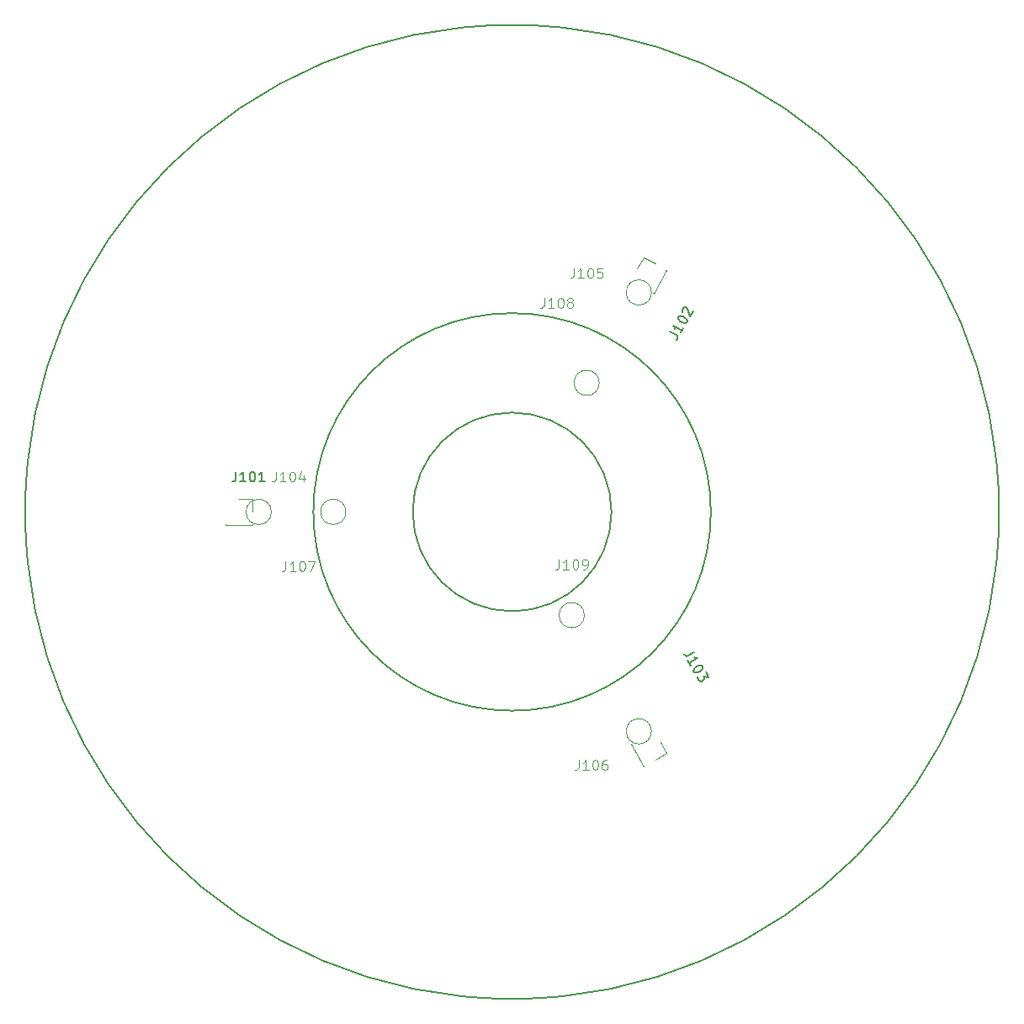
<source format=gbr>
%TF.GenerationSoftware,KiCad,Pcbnew,7.0.10*%
%TF.CreationDate,2024-02-11T22:45:08-05:00*%
%TF.ProjectId,bearing_inner_bottom,62656172-696e-4675-9f69-6e6e65725f62,rev?*%
%TF.SameCoordinates,Original*%
%TF.FileFunction,Legend,Top*%
%TF.FilePolarity,Positive*%
%FSLAX46Y46*%
G04 Gerber Fmt 4.6, Leading zero omitted, Abs format (unit mm)*
G04 Created by KiCad (PCBNEW 7.0.10) date 2024-02-11 22:45:08*
%MOMM*%
%LPD*%
G01*
G04 APERTURE LIST*
%ADD10C,0.150000*%
%ADD11C,0.100000*%
%ADD12C,0.120000*%
G04 APERTURE END LIST*
D10*
X60000000Y-50000000D02*
G75*
G03*
X40000000Y-50000000I-10000000J0D01*
G01*
X40000000Y-50000000D02*
G75*
G03*
X60000000Y-50000000I10000000J0D01*
G01*
X99000000Y-50000000D02*
G75*
G03*
X1000000Y-50000000I-49000000J0D01*
G01*
X1000000Y-50000000D02*
G75*
G03*
X99000000Y-50000000I49000000J0D01*
G01*
X70000000Y-50000000D02*
G75*
G03*
X30000000Y-50000000I-20000000J0D01*
G01*
X30000000Y-50000000D02*
G75*
G03*
X70000000Y-50000000I20000000J0D01*
G01*
D11*
X27214285Y-54957419D02*
X27214285Y-55671704D01*
X27214285Y-55671704D02*
X27166666Y-55814561D01*
X27166666Y-55814561D02*
X27071428Y-55909800D01*
X27071428Y-55909800D02*
X26928571Y-55957419D01*
X26928571Y-55957419D02*
X26833333Y-55957419D01*
X28214285Y-55957419D02*
X27642857Y-55957419D01*
X27928571Y-55957419D02*
X27928571Y-54957419D01*
X27928571Y-54957419D02*
X27833333Y-55100276D01*
X27833333Y-55100276D02*
X27738095Y-55195514D01*
X27738095Y-55195514D02*
X27642857Y-55243133D01*
X28833333Y-54957419D02*
X28928571Y-54957419D01*
X28928571Y-54957419D02*
X29023809Y-55005038D01*
X29023809Y-55005038D02*
X29071428Y-55052657D01*
X29071428Y-55052657D02*
X29119047Y-55147895D01*
X29119047Y-55147895D02*
X29166666Y-55338371D01*
X29166666Y-55338371D02*
X29166666Y-55576466D01*
X29166666Y-55576466D02*
X29119047Y-55766942D01*
X29119047Y-55766942D02*
X29071428Y-55862180D01*
X29071428Y-55862180D02*
X29023809Y-55909800D01*
X29023809Y-55909800D02*
X28928571Y-55957419D01*
X28928571Y-55957419D02*
X28833333Y-55957419D01*
X28833333Y-55957419D02*
X28738095Y-55909800D01*
X28738095Y-55909800D02*
X28690476Y-55862180D01*
X28690476Y-55862180D02*
X28642857Y-55766942D01*
X28642857Y-55766942D02*
X28595238Y-55576466D01*
X28595238Y-55576466D02*
X28595238Y-55338371D01*
X28595238Y-55338371D02*
X28642857Y-55147895D01*
X28642857Y-55147895D02*
X28690476Y-55052657D01*
X28690476Y-55052657D02*
X28738095Y-55005038D01*
X28738095Y-55005038D02*
X28833333Y-54957419D01*
X29500000Y-54957419D02*
X30166666Y-54957419D01*
X30166666Y-54957419D02*
X29738095Y-55957419D01*
X56714285Y-74957419D02*
X56714285Y-75671704D01*
X56714285Y-75671704D02*
X56666666Y-75814561D01*
X56666666Y-75814561D02*
X56571428Y-75909800D01*
X56571428Y-75909800D02*
X56428571Y-75957419D01*
X56428571Y-75957419D02*
X56333333Y-75957419D01*
X57714285Y-75957419D02*
X57142857Y-75957419D01*
X57428571Y-75957419D02*
X57428571Y-74957419D01*
X57428571Y-74957419D02*
X57333333Y-75100276D01*
X57333333Y-75100276D02*
X57238095Y-75195514D01*
X57238095Y-75195514D02*
X57142857Y-75243133D01*
X58333333Y-74957419D02*
X58428571Y-74957419D01*
X58428571Y-74957419D02*
X58523809Y-75005038D01*
X58523809Y-75005038D02*
X58571428Y-75052657D01*
X58571428Y-75052657D02*
X58619047Y-75147895D01*
X58619047Y-75147895D02*
X58666666Y-75338371D01*
X58666666Y-75338371D02*
X58666666Y-75576466D01*
X58666666Y-75576466D02*
X58619047Y-75766942D01*
X58619047Y-75766942D02*
X58571428Y-75862180D01*
X58571428Y-75862180D02*
X58523809Y-75909800D01*
X58523809Y-75909800D02*
X58428571Y-75957419D01*
X58428571Y-75957419D02*
X58333333Y-75957419D01*
X58333333Y-75957419D02*
X58238095Y-75909800D01*
X58238095Y-75909800D02*
X58190476Y-75862180D01*
X58190476Y-75862180D02*
X58142857Y-75766942D01*
X58142857Y-75766942D02*
X58095238Y-75576466D01*
X58095238Y-75576466D02*
X58095238Y-75338371D01*
X58095238Y-75338371D02*
X58142857Y-75147895D01*
X58142857Y-75147895D02*
X58190476Y-75052657D01*
X58190476Y-75052657D02*
X58238095Y-75005038D01*
X58238095Y-75005038D02*
X58333333Y-74957419D01*
X59523809Y-74957419D02*
X59333333Y-74957419D01*
X59333333Y-74957419D02*
X59238095Y-75005038D01*
X59238095Y-75005038D02*
X59190476Y-75052657D01*
X59190476Y-75052657D02*
X59095238Y-75195514D01*
X59095238Y-75195514D02*
X59047619Y-75385990D01*
X59047619Y-75385990D02*
X59047619Y-75766942D01*
X59047619Y-75766942D02*
X59095238Y-75862180D01*
X59095238Y-75862180D02*
X59142857Y-75909800D01*
X59142857Y-75909800D02*
X59238095Y-75957419D01*
X59238095Y-75957419D02*
X59428571Y-75957419D01*
X59428571Y-75957419D02*
X59523809Y-75909800D01*
X59523809Y-75909800D02*
X59571428Y-75862180D01*
X59571428Y-75862180D02*
X59619047Y-75766942D01*
X59619047Y-75766942D02*
X59619047Y-75528847D01*
X59619047Y-75528847D02*
X59571428Y-75433609D01*
X59571428Y-75433609D02*
X59523809Y-75385990D01*
X59523809Y-75385990D02*
X59428571Y-75338371D01*
X59428571Y-75338371D02*
X59238095Y-75338371D01*
X59238095Y-75338371D02*
X59142857Y-75385990D01*
X59142857Y-75385990D02*
X59095238Y-75433609D01*
X59095238Y-75433609D02*
X59047619Y-75528847D01*
X26214285Y-45957419D02*
X26214285Y-46671704D01*
X26214285Y-46671704D02*
X26166666Y-46814561D01*
X26166666Y-46814561D02*
X26071428Y-46909800D01*
X26071428Y-46909800D02*
X25928571Y-46957419D01*
X25928571Y-46957419D02*
X25833333Y-46957419D01*
X27214285Y-46957419D02*
X26642857Y-46957419D01*
X26928571Y-46957419D02*
X26928571Y-45957419D01*
X26928571Y-45957419D02*
X26833333Y-46100276D01*
X26833333Y-46100276D02*
X26738095Y-46195514D01*
X26738095Y-46195514D02*
X26642857Y-46243133D01*
X27833333Y-45957419D02*
X27928571Y-45957419D01*
X27928571Y-45957419D02*
X28023809Y-46005038D01*
X28023809Y-46005038D02*
X28071428Y-46052657D01*
X28071428Y-46052657D02*
X28119047Y-46147895D01*
X28119047Y-46147895D02*
X28166666Y-46338371D01*
X28166666Y-46338371D02*
X28166666Y-46576466D01*
X28166666Y-46576466D02*
X28119047Y-46766942D01*
X28119047Y-46766942D02*
X28071428Y-46862180D01*
X28071428Y-46862180D02*
X28023809Y-46909800D01*
X28023809Y-46909800D02*
X27928571Y-46957419D01*
X27928571Y-46957419D02*
X27833333Y-46957419D01*
X27833333Y-46957419D02*
X27738095Y-46909800D01*
X27738095Y-46909800D02*
X27690476Y-46862180D01*
X27690476Y-46862180D02*
X27642857Y-46766942D01*
X27642857Y-46766942D02*
X27595238Y-46576466D01*
X27595238Y-46576466D02*
X27595238Y-46338371D01*
X27595238Y-46338371D02*
X27642857Y-46147895D01*
X27642857Y-46147895D02*
X27690476Y-46052657D01*
X27690476Y-46052657D02*
X27738095Y-46005038D01*
X27738095Y-46005038D02*
X27833333Y-45957419D01*
X29023809Y-46290752D02*
X29023809Y-46957419D01*
X28785714Y-45909800D02*
X28547619Y-46624085D01*
X28547619Y-46624085D02*
X29166666Y-46624085D01*
X56214285Y-25457419D02*
X56214285Y-26171704D01*
X56214285Y-26171704D02*
X56166666Y-26314561D01*
X56166666Y-26314561D02*
X56071428Y-26409800D01*
X56071428Y-26409800D02*
X55928571Y-26457419D01*
X55928571Y-26457419D02*
X55833333Y-26457419D01*
X57214285Y-26457419D02*
X56642857Y-26457419D01*
X56928571Y-26457419D02*
X56928571Y-25457419D01*
X56928571Y-25457419D02*
X56833333Y-25600276D01*
X56833333Y-25600276D02*
X56738095Y-25695514D01*
X56738095Y-25695514D02*
X56642857Y-25743133D01*
X57833333Y-25457419D02*
X57928571Y-25457419D01*
X57928571Y-25457419D02*
X58023809Y-25505038D01*
X58023809Y-25505038D02*
X58071428Y-25552657D01*
X58071428Y-25552657D02*
X58119047Y-25647895D01*
X58119047Y-25647895D02*
X58166666Y-25838371D01*
X58166666Y-25838371D02*
X58166666Y-26076466D01*
X58166666Y-26076466D02*
X58119047Y-26266942D01*
X58119047Y-26266942D02*
X58071428Y-26362180D01*
X58071428Y-26362180D02*
X58023809Y-26409800D01*
X58023809Y-26409800D02*
X57928571Y-26457419D01*
X57928571Y-26457419D02*
X57833333Y-26457419D01*
X57833333Y-26457419D02*
X57738095Y-26409800D01*
X57738095Y-26409800D02*
X57690476Y-26362180D01*
X57690476Y-26362180D02*
X57642857Y-26266942D01*
X57642857Y-26266942D02*
X57595238Y-26076466D01*
X57595238Y-26076466D02*
X57595238Y-25838371D01*
X57595238Y-25838371D02*
X57642857Y-25647895D01*
X57642857Y-25647895D02*
X57690476Y-25552657D01*
X57690476Y-25552657D02*
X57738095Y-25505038D01*
X57738095Y-25505038D02*
X57833333Y-25457419D01*
X59071428Y-25457419D02*
X58595238Y-25457419D01*
X58595238Y-25457419D02*
X58547619Y-25933609D01*
X58547619Y-25933609D02*
X58595238Y-25885990D01*
X58595238Y-25885990D02*
X58690476Y-25838371D01*
X58690476Y-25838371D02*
X58928571Y-25838371D01*
X58928571Y-25838371D02*
X59023809Y-25885990D01*
X59023809Y-25885990D02*
X59071428Y-25933609D01*
X59071428Y-25933609D02*
X59119047Y-26028847D01*
X59119047Y-26028847D02*
X59119047Y-26266942D01*
X59119047Y-26266942D02*
X59071428Y-26362180D01*
X59071428Y-26362180D02*
X59023809Y-26409800D01*
X59023809Y-26409800D02*
X58928571Y-26457419D01*
X58928571Y-26457419D02*
X58690476Y-26457419D01*
X58690476Y-26457419D02*
X58595238Y-26409800D01*
X58595238Y-26409800D02*
X58547619Y-26362180D01*
X53214285Y-28457419D02*
X53214285Y-29171704D01*
X53214285Y-29171704D02*
X53166666Y-29314561D01*
X53166666Y-29314561D02*
X53071428Y-29409800D01*
X53071428Y-29409800D02*
X52928571Y-29457419D01*
X52928571Y-29457419D02*
X52833333Y-29457419D01*
X54214285Y-29457419D02*
X53642857Y-29457419D01*
X53928571Y-29457419D02*
X53928571Y-28457419D01*
X53928571Y-28457419D02*
X53833333Y-28600276D01*
X53833333Y-28600276D02*
X53738095Y-28695514D01*
X53738095Y-28695514D02*
X53642857Y-28743133D01*
X54833333Y-28457419D02*
X54928571Y-28457419D01*
X54928571Y-28457419D02*
X55023809Y-28505038D01*
X55023809Y-28505038D02*
X55071428Y-28552657D01*
X55071428Y-28552657D02*
X55119047Y-28647895D01*
X55119047Y-28647895D02*
X55166666Y-28838371D01*
X55166666Y-28838371D02*
X55166666Y-29076466D01*
X55166666Y-29076466D02*
X55119047Y-29266942D01*
X55119047Y-29266942D02*
X55071428Y-29362180D01*
X55071428Y-29362180D02*
X55023809Y-29409800D01*
X55023809Y-29409800D02*
X54928571Y-29457419D01*
X54928571Y-29457419D02*
X54833333Y-29457419D01*
X54833333Y-29457419D02*
X54738095Y-29409800D01*
X54738095Y-29409800D02*
X54690476Y-29362180D01*
X54690476Y-29362180D02*
X54642857Y-29266942D01*
X54642857Y-29266942D02*
X54595238Y-29076466D01*
X54595238Y-29076466D02*
X54595238Y-28838371D01*
X54595238Y-28838371D02*
X54642857Y-28647895D01*
X54642857Y-28647895D02*
X54690476Y-28552657D01*
X54690476Y-28552657D02*
X54738095Y-28505038D01*
X54738095Y-28505038D02*
X54833333Y-28457419D01*
X55738095Y-28885990D02*
X55642857Y-28838371D01*
X55642857Y-28838371D02*
X55595238Y-28790752D01*
X55595238Y-28790752D02*
X55547619Y-28695514D01*
X55547619Y-28695514D02*
X55547619Y-28647895D01*
X55547619Y-28647895D02*
X55595238Y-28552657D01*
X55595238Y-28552657D02*
X55642857Y-28505038D01*
X55642857Y-28505038D02*
X55738095Y-28457419D01*
X55738095Y-28457419D02*
X55928571Y-28457419D01*
X55928571Y-28457419D02*
X56023809Y-28505038D01*
X56023809Y-28505038D02*
X56071428Y-28552657D01*
X56071428Y-28552657D02*
X56119047Y-28647895D01*
X56119047Y-28647895D02*
X56119047Y-28695514D01*
X56119047Y-28695514D02*
X56071428Y-28790752D01*
X56071428Y-28790752D02*
X56023809Y-28838371D01*
X56023809Y-28838371D02*
X55928571Y-28885990D01*
X55928571Y-28885990D02*
X55738095Y-28885990D01*
X55738095Y-28885990D02*
X55642857Y-28933609D01*
X55642857Y-28933609D02*
X55595238Y-28981228D01*
X55595238Y-28981228D02*
X55547619Y-29076466D01*
X55547619Y-29076466D02*
X55547619Y-29266942D01*
X55547619Y-29266942D02*
X55595238Y-29362180D01*
X55595238Y-29362180D02*
X55642857Y-29409800D01*
X55642857Y-29409800D02*
X55738095Y-29457419D01*
X55738095Y-29457419D02*
X55928571Y-29457419D01*
X55928571Y-29457419D02*
X56023809Y-29409800D01*
X56023809Y-29409800D02*
X56071428Y-29362180D01*
X56071428Y-29362180D02*
X56119047Y-29266942D01*
X56119047Y-29266942D02*
X56119047Y-29076466D01*
X56119047Y-29076466D02*
X56071428Y-28981228D01*
X56071428Y-28981228D02*
X56023809Y-28933609D01*
X56023809Y-28933609D02*
X55928571Y-28885990D01*
D10*
X65885003Y-31840870D02*
X66503592Y-32198013D01*
X66503592Y-32198013D02*
X66603501Y-32310681D01*
X66603501Y-32310681D02*
X66638360Y-32440779D01*
X66638360Y-32440779D02*
X66608171Y-32588306D01*
X66608171Y-32588306D02*
X66560552Y-32670785D01*
X67251028Y-31474845D02*
X66965314Y-31969716D01*
X67108171Y-31722281D02*
X66242146Y-31222281D01*
X66242146Y-31222281D02*
X66318245Y-31376188D01*
X66318245Y-31376188D02*
X66353104Y-31506285D01*
X66353104Y-31506285D02*
X66346724Y-31612574D01*
X66694527Y-30438734D02*
X66742146Y-30356255D01*
X66742146Y-30356255D02*
X66831004Y-30297586D01*
X66831004Y-30297586D02*
X66896053Y-30280156D01*
X66896053Y-30280156D02*
X67002341Y-30286536D01*
X67002341Y-30286536D02*
X67191108Y-30340535D01*
X67191108Y-30340535D02*
X67397304Y-30459582D01*
X67397304Y-30459582D02*
X67538452Y-30596060D01*
X67538452Y-30596060D02*
X67597121Y-30684918D01*
X67597121Y-30684918D02*
X67614551Y-30749967D01*
X67614551Y-30749967D02*
X67608171Y-30856255D01*
X67608171Y-30856255D02*
X67560552Y-30938734D01*
X67560552Y-30938734D02*
X67471694Y-30997403D01*
X67471694Y-30997403D02*
X67406645Y-31014833D01*
X67406645Y-31014833D02*
X67300357Y-31008453D01*
X67300357Y-31008453D02*
X67111590Y-30954454D01*
X67111590Y-30954454D02*
X66905393Y-30835407D01*
X66905393Y-30835407D02*
X66764246Y-30698929D01*
X66764246Y-30698929D02*
X66705577Y-30610071D01*
X66705577Y-30610071D02*
X66688147Y-30545022D01*
X66688147Y-30545022D02*
X66694527Y-30438734D01*
X67134148Y-29867763D02*
X67116718Y-29802714D01*
X67116718Y-29802714D02*
X67123098Y-29696426D01*
X67123098Y-29696426D02*
X67242146Y-29490230D01*
X67242146Y-29490230D02*
X67331004Y-29431561D01*
X67331004Y-29431561D02*
X67396053Y-29414131D01*
X67396053Y-29414131D02*
X67502341Y-29420511D01*
X67502341Y-29420511D02*
X67584820Y-29468130D01*
X67584820Y-29468130D02*
X67684728Y-29580798D01*
X67684728Y-29580798D02*
X67893885Y-30361383D01*
X67893885Y-30361383D02*
X68203409Y-29825273D01*
X68329283Y-64113948D02*
X67710693Y-64471090D01*
X67710693Y-64471090D02*
X67563166Y-64501280D01*
X67563166Y-64501280D02*
X67433068Y-64466420D01*
X67433068Y-64466420D02*
X67320400Y-64366512D01*
X67320400Y-64366512D02*
X67272781Y-64284033D01*
X67963258Y-65479973D02*
X67677543Y-64985102D01*
X67820400Y-65232537D02*
X68686426Y-64732537D01*
X68686426Y-64732537D02*
X68515089Y-64721487D01*
X68515089Y-64721487D02*
X68384991Y-64686628D01*
X68384991Y-64686628D02*
X68296133Y-64627959D01*
X69138807Y-65516084D02*
X69186426Y-65598563D01*
X69186426Y-65598563D02*
X69192806Y-65704851D01*
X69192806Y-65704851D02*
X69175376Y-65769900D01*
X69175376Y-65769900D02*
X69116707Y-65858758D01*
X69116707Y-65858758D02*
X68975559Y-65995236D01*
X68975559Y-65995236D02*
X68769362Y-66114283D01*
X68769362Y-66114283D02*
X68580596Y-66168282D01*
X68580596Y-66168282D02*
X68474308Y-66174662D01*
X68474308Y-66174662D02*
X68409259Y-66157232D01*
X68409259Y-66157232D02*
X68320400Y-66098563D01*
X68320400Y-66098563D02*
X68272781Y-66016084D01*
X68272781Y-66016084D02*
X68266402Y-65909796D01*
X68266402Y-65909796D02*
X68283831Y-65844747D01*
X68283831Y-65844747D02*
X68342500Y-65755889D01*
X68342500Y-65755889D02*
X68483648Y-65619412D01*
X68483648Y-65619412D02*
X68689845Y-65500364D01*
X68689845Y-65500364D02*
X68878611Y-65446365D01*
X68878611Y-65446365D02*
X68984900Y-65439985D01*
X68984900Y-65439985D02*
X69049948Y-65457415D01*
X69049948Y-65457415D02*
X69138807Y-65516084D01*
X69472140Y-66093435D02*
X69781664Y-66629546D01*
X69781664Y-66629546D02*
X69285083Y-66531347D01*
X69285083Y-66531347D02*
X69356511Y-66655064D01*
X69356511Y-66655064D02*
X69362891Y-66761353D01*
X69362891Y-66761353D02*
X69345461Y-66826401D01*
X69345461Y-66826401D02*
X69286792Y-66915260D01*
X69286792Y-66915260D02*
X69080596Y-67034307D01*
X69080596Y-67034307D02*
X68974308Y-67040687D01*
X68974308Y-67040687D02*
X68909259Y-67023257D01*
X68909259Y-67023257D02*
X68820400Y-66964588D01*
X68820400Y-66964588D02*
X68677543Y-66717152D01*
X68677543Y-66717152D02*
X68671164Y-66610864D01*
X68671164Y-66610864D02*
X68688593Y-66545816D01*
D11*
X54714285Y-54769419D02*
X54714285Y-55483704D01*
X54714285Y-55483704D02*
X54666666Y-55626561D01*
X54666666Y-55626561D02*
X54571428Y-55721800D01*
X54571428Y-55721800D02*
X54428571Y-55769419D01*
X54428571Y-55769419D02*
X54333333Y-55769419D01*
X55714285Y-55769419D02*
X55142857Y-55769419D01*
X55428571Y-55769419D02*
X55428571Y-54769419D01*
X55428571Y-54769419D02*
X55333333Y-54912276D01*
X55333333Y-54912276D02*
X55238095Y-55007514D01*
X55238095Y-55007514D02*
X55142857Y-55055133D01*
X56333333Y-54769419D02*
X56428571Y-54769419D01*
X56428571Y-54769419D02*
X56523809Y-54817038D01*
X56523809Y-54817038D02*
X56571428Y-54864657D01*
X56571428Y-54864657D02*
X56619047Y-54959895D01*
X56619047Y-54959895D02*
X56666666Y-55150371D01*
X56666666Y-55150371D02*
X56666666Y-55388466D01*
X56666666Y-55388466D02*
X56619047Y-55578942D01*
X56619047Y-55578942D02*
X56571428Y-55674180D01*
X56571428Y-55674180D02*
X56523809Y-55721800D01*
X56523809Y-55721800D02*
X56428571Y-55769419D01*
X56428571Y-55769419D02*
X56333333Y-55769419D01*
X56333333Y-55769419D02*
X56238095Y-55721800D01*
X56238095Y-55721800D02*
X56190476Y-55674180D01*
X56190476Y-55674180D02*
X56142857Y-55578942D01*
X56142857Y-55578942D02*
X56095238Y-55388466D01*
X56095238Y-55388466D02*
X56095238Y-55150371D01*
X56095238Y-55150371D02*
X56142857Y-54959895D01*
X56142857Y-54959895D02*
X56190476Y-54864657D01*
X56190476Y-54864657D02*
X56238095Y-54817038D01*
X56238095Y-54817038D02*
X56333333Y-54769419D01*
X57142857Y-55769419D02*
X57333333Y-55769419D01*
X57333333Y-55769419D02*
X57428571Y-55721800D01*
X57428571Y-55721800D02*
X57476190Y-55674180D01*
X57476190Y-55674180D02*
X57571428Y-55531323D01*
X57571428Y-55531323D02*
X57619047Y-55340847D01*
X57619047Y-55340847D02*
X57619047Y-54959895D01*
X57619047Y-54959895D02*
X57571428Y-54864657D01*
X57571428Y-54864657D02*
X57523809Y-54817038D01*
X57523809Y-54817038D02*
X57428571Y-54769419D01*
X57428571Y-54769419D02*
X57238095Y-54769419D01*
X57238095Y-54769419D02*
X57142857Y-54817038D01*
X57142857Y-54817038D02*
X57095238Y-54864657D01*
X57095238Y-54864657D02*
X57047619Y-54959895D01*
X57047619Y-54959895D02*
X57047619Y-55197990D01*
X57047619Y-55197990D02*
X57095238Y-55293228D01*
X57095238Y-55293228D02*
X57142857Y-55340847D01*
X57142857Y-55340847D02*
X57238095Y-55388466D01*
X57238095Y-55388466D02*
X57428571Y-55388466D01*
X57428571Y-55388466D02*
X57523809Y-55340847D01*
X57523809Y-55340847D02*
X57571428Y-55293228D01*
X57571428Y-55293228D02*
X57619047Y-55197990D01*
D10*
X22214285Y-45954819D02*
X22214285Y-46669104D01*
X22214285Y-46669104D02*
X22166666Y-46811961D01*
X22166666Y-46811961D02*
X22071428Y-46907200D01*
X22071428Y-46907200D02*
X21928571Y-46954819D01*
X21928571Y-46954819D02*
X21833333Y-46954819D01*
X23214285Y-46954819D02*
X22642857Y-46954819D01*
X22928571Y-46954819D02*
X22928571Y-45954819D01*
X22928571Y-45954819D02*
X22833333Y-46097676D01*
X22833333Y-46097676D02*
X22738095Y-46192914D01*
X22738095Y-46192914D02*
X22642857Y-46240533D01*
X23833333Y-45954819D02*
X23928571Y-45954819D01*
X23928571Y-45954819D02*
X24023809Y-46002438D01*
X24023809Y-46002438D02*
X24071428Y-46050057D01*
X24071428Y-46050057D02*
X24119047Y-46145295D01*
X24119047Y-46145295D02*
X24166666Y-46335771D01*
X24166666Y-46335771D02*
X24166666Y-46573866D01*
X24166666Y-46573866D02*
X24119047Y-46764342D01*
X24119047Y-46764342D02*
X24071428Y-46859580D01*
X24071428Y-46859580D02*
X24023809Y-46907200D01*
X24023809Y-46907200D02*
X23928571Y-46954819D01*
X23928571Y-46954819D02*
X23833333Y-46954819D01*
X23833333Y-46954819D02*
X23738095Y-46907200D01*
X23738095Y-46907200D02*
X23690476Y-46859580D01*
X23690476Y-46859580D02*
X23642857Y-46764342D01*
X23642857Y-46764342D02*
X23595238Y-46573866D01*
X23595238Y-46573866D02*
X23595238Y-46335771D01*
X23595238Y-46335771D02*
X23642857Y-46145295D01*
X23642857Y-46145295D02*
X23690476Y-46050057D01*
X23690476Y-46050057D02*
X23738095Y-46002438D01*
X23738095Y-46002438D02*
X23833333Y-45954819D01*
X25119047Y-46954819D02*
X24547619Y-46954819D01*
X24833333Y-46954819D02*
X24833333Y-45954819D01*
X24833333Y-45954819D02*
X24738095Y-46097676D01*
X24738095Y-46097676D02*
X24642857Y-46192914D01*
X24642857Y-46192914D02*
X24547619Y-46240533D01*
D11*
%TO.C,J107*%
X33270000Y-50000000D02*
G75*
G03*
X30730000Y-50000000I-1270000J0D01*
G01*
X30730000Y-50000000D02*
G75*
G03*
X33270000Y-50000000I1270000J0D01*
G01*
%TO.C,J106*%
X64020000Y-72084000D02*
G75*
G03*
X61480000Y-72084000I-1270000J0D01*
G01*
X61480000Y-72084000D02*
G75*
G03*
X64020000Y-72084000I1270000J0D01*
G01*
%TO.C,J104*%
X25770000Y-50000000D02*
G75*
G03*
X23230000Y-50000000I-1270000J0D01*
G01*
X23230000Y-50000000D02*
G75*
G03*
X25770000Y-50000000I1270000J0D01*
G01*
%TO.C,J105*%
X64020000Y-27916000D02*
G75*
G03*
X61480000Y-27916000I-1270000J0D01*
G01*
X61480000Y-27916000D02*
G75*
G03*
X64020000Y-27916000I1270000J0D01*
G01*
%TO.C,J108*%
X58770000Y-37010000D02*
G75*
G03*
X56230000Y-37010000I-1270000J0D01*
G01*
X56230000Y-37010000D02*
G75*
G03*
X58770000Y-37010000I1270000J0D01*
G01*
D12*
%TO.C,J102*%
X64132891Y-27940814D02*
X64236814Y-28000814D01*
X64236814Y-28000814D02*
X65566814Y-25697186D01*
X62598186Y-25519000D02*
X63263186Y-24367186D01*
X63263186Y-24367186D02*
X64415000Y-25032186D01*
X65462891Y-25637186D02*
X65566814Y-25697186D01*
%TO.C,J103*%
X62037109Y-73269186D02*
X61933186Y-73329186D01*
X61933186Y-73329186D02*
X63263186Y-75632814D01*
X64901814Y-73151000D02*
X65566814Y-74302814D01*
X65566814Y-74302814D02*
X64415000Y-74967814D01*
X63367109Y-75572814D02*
X63263186Y-75632814D01*
D11*
%TO.C,J109*%
X57270000Y-60392000D02*
G75*
G03*
X54730000Y-60392000I-1270000J0D01*
G01*
X54730000Y-60392000D02*
G75*
G03*
X57270000Y-60392000I1270000J0D01*
G01*
D12*
%TO.C,J101*%
X21170000Y-51210000D02*
X21170000Y-51330000D01*
X21170000Y-51330000D02*
X23830000Y-51330000D01*
X22500000Y-48670000D02*
X23830000Y-48670000D01*
X23830000Y-48670000D02*
X23830000Y-50000000D01*
X23830000Y-51210000D02*
X23830000Y-51330000D01*
%TD*%
M02*

</source>
